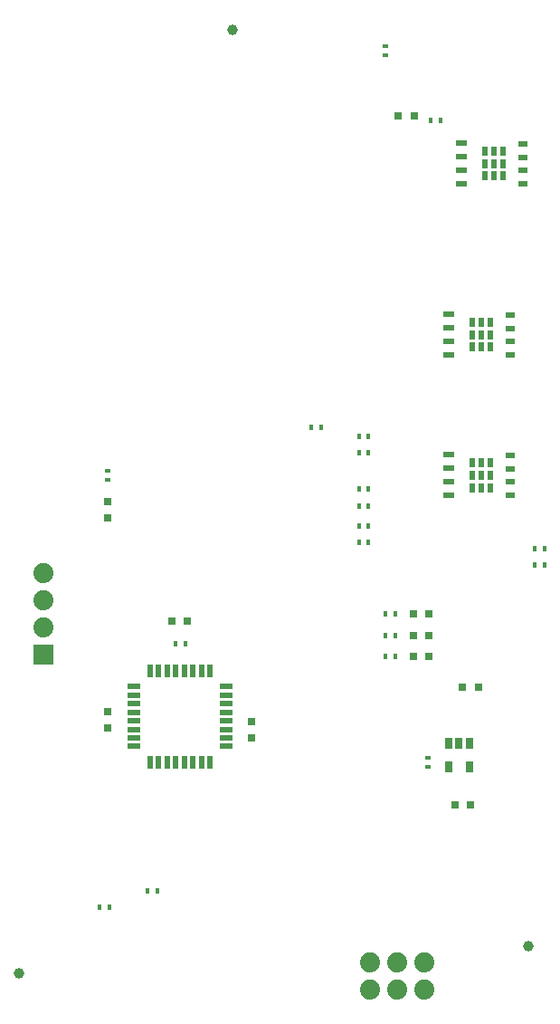
<source format=gtp>
G04 #@! TF.FileFunction,Paste,Top*
%FSLAX46Y46*%
G04 Gerber Fmt 4.6, Leading zero omitted, Abs format (unit mm)*
G04 Created by KiCad (PCBNEW 4.0.2+dfsg1-stable) date Tue 11 Jul 2017 10:21:47 PM MDT*
%MOMM*%
G01*
G04 APERTURE LIST*
%ADD10C,0.150000*%
%ADD11R,0.750000X0.800000*%
%ADD12R,0.800000X0.750000*%
%ADD13R,0.797560X0.797560*%
%ADD14R,1.270000X0.558800*%
%ADD15R,0.558800X1.270000*%
%ADD16C,1.879600*%
%ADD17R,1.879600X1.879600*%
%ADD18R,0.400000X0.600000*%
%ADD19R,0.600000X0.400000*%
%ADD20R,0.650000X1.060000*%
%ADD21R,0.600000X0.900000*%
%ADD22R,0.900000X0.600000*%
%ADD23R,1.050000X0.600000*%
%ADD24C,0.998220*%
G04 APERTURE END LIST*
D10*
D11*
X74800000Y-106200000D03*
X74800000Y-104700000D03*
D12*
X68800000Y-95300000D03*
X67300000Y-95300000D03*
D11*
X61300000Y-103750000D03*
X61300000Y-105250000D03*
D12*
X94550000Y-101500000D03*
X96050000Y-101500000D03*
X93800000Y-112500000D03*
X95300000Y-112500000D03*
D13*
X89920878Y-94612208D03*
X91419478Y-94612208D03*
X89920878Y-96612208D03*
X91419478Y-96612208D03*
X89920878Y-98612208D03*
X91419478Y-98612208D03*
X90000000Y-48000000D03*
X88501400Y-48000000D03*
X61300000Y-84100000D03*
X61300000Y-85598600D03*
D14*
X63808520Y-101408320D03*
X63808520Y-102208420D03*
X63808520Y-103008520D03*
X63808520Y-103808620D03*
X63808520Y-104606180D03*
X63808520Y-105406280D03*
X63808520Y-106206380D03*
X63808520Y-107006480D03*
D15*
X65302040Y-108500000D03*
X66102140Y-108500000D03*
X66902240Y-108500000D03*
X67702340Y-108500000D03*
X68499900Y-108500000D03*
X69300000Y-108500000D03*
X70100100Y-108500000D03*
X70900200Y-108500000D03*
D14*
X72393720Y-107006480D03*
X72393720Y-106206380D03*
X72393720Y-105406280D03*
X72393720Y-104606180D03*
X72393720Y-103808620D03*
X72393720Y-103008520D03*
X72393720Y-102208420D03*
X72393720Y-101408320D03*
D15*
X70900200Y-99914800D03*
X70100100Y-99914800D03*
X69300000Y-99914800D03*
X68499900Y-99914800D03*
X67702340Y-99914800D03*
X66902240Y-99914800D03*
X66102140Y-99914800D03*
X65302040Y-99914800D03*
D16*
X85920000Y-129740000D03*
X85920000Y-127200000D03*
X88460000Y-129740000D03*
X88460000Y-127200000D03*
X91000000Y-129740000D03*
X91000000Y-127200000D03*
D17*
X55300000Y-98400000D03*
D16*
X55300000Y-95860000D03*
X55300000Y-93320000D03*
X55300000Y-90780000D03*
D18*
X101300000Y-88500000D03*
X102200000Y-88500000D03*
X102200000Y-90000000D03*
X101300000Y-90000000D03*
D19*
X91300000Y-108050000D03*
X91300000Y-108950000D03*
D18*
X67700000Y-97400000D03*
X68600000Y-97400000D03*
X87319478Y-94612208D03*
X88219478Y-94612208D03*
X87319478Y-96612208D03*
X88219478Y-96612208D03*
X87319478Y-98612208D03*
X88219478Y-98612208D03*
X92450000Y-48500000D03*
X91550000Y-48500000D03*
D19*
X61300000Y-81200000D03*
X61300000Y-82100000D03*
D18*
X84850000Y-79500000D03*
X85750000Y-79500000D03*
X84850000Y-84500000D03*
X85750000Y-84500000D03*
X84850000Y-87900000D03*
X85750000Y-87900000D03*
X85750000Y-78000000D03*
X84850000Y-78000000D03*
X85750000Y-82950000D03*
X84850000Y-82950000D03*
X85750000Y-86400000D03*
X84850000Y-86400000D03*
D19*
X87300000Y-42400000D03*
X87300000Y-41500000D03*
D18*
X81300000Y-77200000D03*
X80400000Y-77200000D03*
D20*
X95166000Y-106700000D03*
X94216000Y-106700000D03*
X93266000Y-106700000D03*
X93266000Y-108900000D03*
X95166000Y-108900000D03*
D21*
X97500000Y-51350000D03*
X96650000Y-51350000D03*
X98350000Y-51350000D03*
X97500000Y-53650000D03*
X96650000Y-53650000D03*
X98350000Y-53650000D03*
X98350000Y-52500000D03*
X96650000Y-52500000D03*
D22*
X100200000Y-50625000D03*
X100200000Y-54375000D03*
X100200000Y-51900000D03*
D23*
X94475000Y-51865000D03*
X94475000Y-50595000D03*
X94475000Y-53135000D03*
X94475000Y-54405000D03*
D22*
X100200000Y-53100000D03*
D21*
X97500000Y-52500000D03*
X96300000Y-67350000D03*
X95450000Y-67350000D03*
X97150000Y-67350000D03*
X96300000Y-69650000D03*
X95450000Y-69650000D03*
X97150000Y-69650000D03*
X97150000Y-68500000D03*
X95450000Y-68500000D03*
D22*
X99000000Y-66625000D03*
X99000000Y-70375000D03*
X99000000Y-67900000D03*
D23*
X93275000Y-67865000D03*
X93275000Y-66595000D03*
X93275000Y-69135000D03*
X93275000Y-70405000D03*
D22*
X99000000Y-69100000D03*
D21*
X96300000Y-68500000D03*
X96300000Y-80500000D03*
X95450000Y-80500000D03*
X97150000Y-80500000D03*
X96300000Y-82800000D03*
X95450000Y-82800000D03*
X97150000Y-82800000D03*
X97150000Y-81650000D03*
X95450000Y-81650000D03*
D22*
X99000000Y-79775000D03*
X99000000Y-83525000D03*
X99000000Y-81050000D03*
D23*
X93275000Y-81015000D03*
X93275000Y-79745000D03*
X93275000Y-82285000D03*
X93275000Y-83555000D03*
D22*
X99000000Y-82250000D03*
D21*
X96300000Y-81650000D03*
D24*
X100700000Y-125700000D03*
X53000000Y-128200000D03*
X73000000Y-40000000D03*
D18*
X60600000Y-122000000D03*
X61500000Y-122000000D03*
X65950000Y-120500000D03*
X65050000Y-120500000D03*
M02*

</source>
